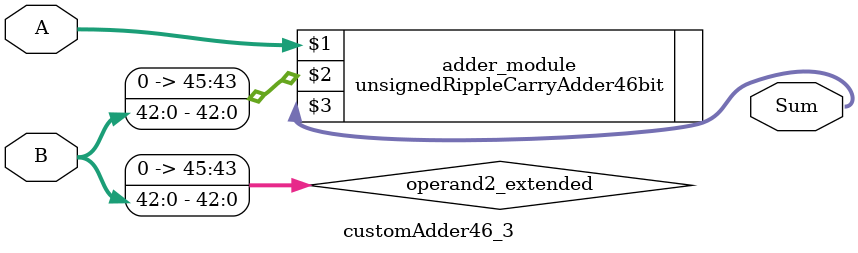
<source format=v>
module customAdder46_3(
                        input [45 : 0] A,
                        input [42 : 0] B,
                        
                        output [46 : 0] Sum
                );

        wire [45 : 0] operand2_extended;
        
        assign operand2_extended =  {3'b0, B};
        
        unsignedRippleCarryAdder46bit adder_module(
            A,
            operand2_extended,
            Sum
        );
        
        endmodule
        
</source>
